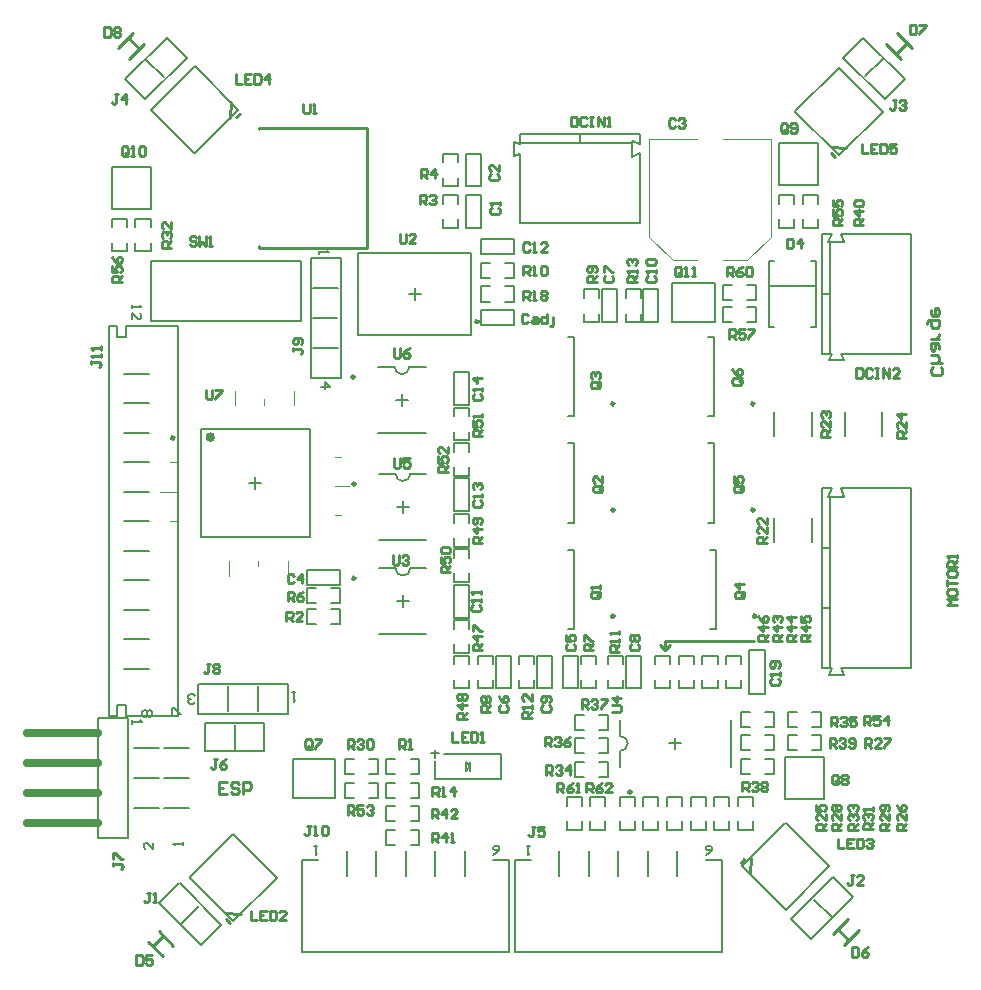
<source format=gbr>
G04*
G04 #@! TF.GenerationSoftware,Altium Limited,Altium Designer,22.4.2 (48)*
G04*
G04 Layer_Color=65535*
%FSLAX44Y44*%
%MOMM*%
G71*
G04*
G04 #@! TF.SameCoordinates,72DCB881-4164-4183-B9F3-641E9368B05D*
G04*
G04*
G04 #@! TF.FilePolarity,Positive*
G04*
G01*
G75*
%ADD10C,0.2000*%
%ADD11C,0.3000*%
%ADD12C,0.4000*%
%ADD13C,0.1500*%
%ADD14C,0.2540*%
%ADD15C,0.1778*%
%ADD16C,0.2032*%
%ADD17C,0.6400*%
%ADD18C,0.1250*%
%ADD19C,0.1270*%
D10*
X243650Y308000D02*
G03*
X256350Y308000I6350J0D01*
G01*
X242855Y398586D02*
G03*
X255555Y398586I6350J0D01*
G01*
X243650Y228000D02*
G03*
X256350Y228000I6350J0D01*
G01*
X433914Y73150D02*
G03*
X433914Y85850I0J6350D01*
G01*
X245000Y280000D02*
X255001D01*
X250000Y274999D02*
Y285000D01*
X230000Y308000D02*
X243650D01*
X230000Y252000D02*
X270000D01*
X256350Y308000D02*
X270000D01*
X599812Y432060D02*
Y487940D01*
X560188Y466500D02*
X599812D01*
X595812Y432060D02*
X599812D01*
X560188D02*
Y487940D01*
Y432060D02*
X564188D01*
X560188Y487940D02*
X564188D01*
X595812D02*
X599812D01*
X15978Y423710D02*
Y432900D01*
X8104Y423710D02*
X15978D01*
X8104D02*
Y432900D01*
X1500D02*
X8104D01*
X15978D02*
X59500D01*
X15978Y102500D02*
Y111766D01*
X8104D02*
X15978D01*
X8104Y102500D02*
Y111766D01*
X1500Y102500D02*
X8104D01*
X15978D02*
X59500D01*
X1500D02*
Y432900D01*
X59500Y102500D02*
Y432900D01*
X582213Y614339D02*
X619137Y577416D01*
X582344Y614693D02*
X619137Y651486D01*
Y577416D02*
X656172Y614451D01*
X619137Y651486D02*
X656172Y614451D01*
X620956Y295400D02*
X679972D01*
X604750D02*
X612916D01*
X620956D02*
X623637Y288542D01*
X610235D02*
X612916Y295400D01*
X610235Y288542D02*
X623637D01*
X604750Y143000D02*
X613170D01*
X611138Y137801D02*
X613170Y143000D01*
X621210D02*
X623242Y137801D01*
X611138D02*
X623242D01*
X564000Y250000D02*
Y270000D01*
X596000Y250000D02*
Y270000D01*
Y340000D02*
Y360000D01*
X564000Y340000D02*
Y360000D01*
X624000Y340000D02*
Y360000D01*
X656000Y340000D02*
Y360000D01*
X620956Y510800D02*
X679972D01*
X604750D02*
X612916D01*
X620956D02*
X623637Y503942D01*
X610235D02*
X612916Y510800D01*
X610235Y503942D02*
X623637D01*
X611138Y404001D02*
X623242D01*
X621210Y409200D02*
X623242Y404001D01*
X611138D02*
X613170Y409200D01*
X604750D02*
X613170D01*
X478090Y469510D02*
X513910D01*
X478090Y436490D02*
Y469510D01*
X513910Y436490D02*
Y469510D01*
X478090Y436490D02*
X513910D01*
X308000Y425000D02*
Y495000D01*
X212000Y425000D02*
Y495000D01*
Y425000D02*
X308000D01*
X212000Y495000D02*
X308000D01*
X255000Y460000D02*
X265001D01*
X260000Y455000D02*
Y465001D01*
X255555Y398586D02*
X269205D01*
X229205Y342586D02*
X269205D01*
X229205Y398586D02*
X242855D01*
X249205Y365585D02*
Y375586D01*
X244205Y370586D02*
X254205D01*
X256350Y228000D02*
X270000D01*
X230000Y172000D02*
X270000D01*
X230000Y228000D02*
X243650D01*
X250000Y194999D02*
Y205000D01*
X245000Y200000D02*
X255001D01*
X390000Y356500D02*
X395000D01*
Y423500D01*
X390000D02*
X395000D01*
X508500Y356500D02*
X513500D01*
Y423500D01*
X508500D02*
X513500D01*
X390000Y266500D02*
X395000D01*
Y333500D01*
X390000D02*
X395000D01*
X508500Y266500D02*
X513500D01*
Y333500D01*
X508500D02*
X513500D01*
X510000Y176500D02*
X515000D01*
Y243500D01*
X510000D02*
X515000D01*
X390000Y176500D02*
X395000D01*
Y243500D01*
X390000D02*
X395000D01*
X480664Y74500D02*
Y84501D01*
X475664Y79500D02*
X485665D01*
X433914Y85850D02*
Y99500D01*
X527414Y59500D02*
Y99500D01*
X433914Y59500D02*
Y73150D01*
X573490Y32090D02*
Y67910D01*
Y32090D02*
X606510D01*
X573490Y67910D02*
X606510D01*
Y32090D02*
Y67910D01*
X537014Y-24539D02*
X573937Y12385D01*
X574292Y12254D02*
X611084Y-24539D01*
X537014Y-24539D02*
X574049Y-61574D01*
X611084Y-24539D01*
X345000Y-96750D02*
Y-19250D01*
X344999Y-96750D02*
X519999D01*
X520000Y-96750D02*
Y-19250D01*
X506500D02*
X520000D01*
X345000D02*
X358250D01*
X277000Y67500D02*
Y73750D01*
X274000Y71000D02*
X280250D01*
X277000Y49250D02*
Y64250D01*
X333000Y49250D02*
Y70750D01*
X285000D02*
X333000D01*
X277000Y49250D02*
X333000D01*
X157090Y66510D02*
X192910D01*
X157090Y33490D02*
Y66510D01*
X192910Y33490D02*
Y66510D01*
X157090Y33490D02*
X192910D01*
X69400Y-34278D02*
X106323Y-71202D01*
X69531Y-33924D02*
X106323Y2869D01*
Y-71202D02*
X143359Y-34166D01*
X106323Y2869D02*
X143359Y-34166D01*
X120000Y300000D02*
X130001D01*
X125000Y294999D02*
Y305000D01*
X79000Y254000D02*
Y346000D01*
X171000D01*
Y254000D02*
Y346000D01*
X79000Y254000D02*
X171000D01*
X163500Y437300D02*
Y488100D01*
X36500Y437300D02*
Y488100D01*
X163500D01*
X36500Y437300D02*
X163500D01*
X36510Y532090D02*
Y567910D01*
X3490D02*
X36510D01*
X3490Y532090D02*
X36510D01*
X3490D02*
Y567910D01*
X450800Y520028D02*
Y579044D01*
Y587084D02*
Y595250D01*
X443942Y576363D02*
X450800Y579044D01*
X443942Y589765D02*
X450800Y587084D01*
X443942Y576363D02*
Y589765D01*
X344001Y576758D02*
Y588862D01*
Y576758D02*
X349200Y578790D01*
X344001Y588862D02*
X349200Y586830D01*
Y595250D01*
X73876Y578998D02*
X110800Y615922D01*
X36729D02*
X73522Y579129D01*
X73764Y652957D02*
X110800Y615922D01*
X36729D02*
X73764Y652957D01*
X568490Y552090D02*
Y587910D01*
Y552090D02*
X601510D01*
X568490Y587910D02*
X601510D01*
Y552090D02*
Y587910D01*
X165000Y-19250D02*
X178250D01*
X326500D02*
X340000D01*
Y-96750D02*
Y-19250D01*
X164999Y-96750D02*
X339999D01*
X165000Y-96750D02*
Y-19250D01*
D11*
X209500Y299250D02*
G03*
X209500Y299250I-1000J0D01*
G01*
X313750Y436750D02*
G03*
X313750Y436750I-1000J0D01*
G01*
X208705Y389836D02*
G03*
X208705Y389836I-1000J0D01*
G01*
X209500Y219250D02*
G03*
X209500Y219250I-1000J0D01*
G01*
X428750Y367250D02*
G03*
X428750Y367250I-1000J0D01*
G01*
X547250D02*
G03*
X547250Y367250I-1000J0D01*
G01*
X428750Y277250D02*
G03*
X428750Y277250I-1000J0D01*
G01*
X547250D02*
G03*
X547250Y277250I-1000J0D01*
G01*
X548750Y187250D02*
G03*
X548750Y187250I-1000J0D01*
G01*
X428750D02*
G03*
X428750Y187250I-1000J0D01*
G01*
X443164Y38250D02*
G03*
X443164Y38250I-1000J0D01*
G01*
X56000Y338250D02*
G03*
X56000Y338250I-1000J0D01*
G01*
D12*
X88916Y338862D02*
G03*
X88916Y338862I-2000J0D01*
G01*
D13*
X14160Y392430D02*
X35160D01*
X14160Y367430D02*
X35160D01*
X13906Y217592D02*
X34906D01*
X13906Y192592D02*
X34906D01*
X14160Y167646D02*
X35160D01*
X13906Y142500D02*
X34906D01*
X14160Y242392D02*
X35160D01*
X14160Y267538D02*
X35160D01*
X14160Y292430D02*
X35160D01*
X14160Y317430D02*
X35160D01*
X14160Y342430D02*
X35160D01*
X622817Y660212D02*
X658096Y624933D01*
X622817Y660212D02*
X639788Y677183D01*
X675143Y641827D01*
X658173Y624857D02*
X675143Y641827D01*
X641616Y644374D02*
X656466Y659224D01*
X578913Y-69116D02*
X614192Y-33837D01*
X631163Y-50808D01*
X595808Y-86163D02*
X631163Y-50808D01*
X578837Y-69192D02*
X595808Y-86163D01*
X598355Y-52636D02*
X613204Y-67485D01*
X457500Y-32406D02*
Y-11406D01*
X432500Y-32406D02*
Y-11406D01*
X407500Y-32406D02*
Y-11406D01*
X382500Y-32406D02*
Y-11406D01*
X482500Y-32406D02*
Y-11406D01*
X60884Y-38913D02*
X96163Y-74192D01*
X79192Y-91163D02*
X96163Y-74192D01*
X43837Y-55808D02*
X79192Y-91163D01*
X43837Y-55808D02*
X60808Y-38837D01*
X62515Y-73204D02*
X77364Y-58355D01*
X82408Y97000D02*
X132300D01*
Y73000D02*
Y97000D01*
X82300Y73000D02*
X132300D01*
X82300D02*
Y97000D01*
X107808Y73906D02*
Y94906D01*
X76900Y104300D02*
X153100D01*
X76900D02*
Y129700D01*
X153100Y104300D02*
Y129700D01*
X102300Y107348D02*
Y128348D01*
X127192Y107094D02*
Y128094D01*
X77154Y129700D02*
X153100D01*
X-8100Y-800D02*
X16900D01*
X-8100D02*
Y100800D01*
X16900Y-800D02*
Y100800D01*
X47794Y25108D02*
X68794D01*
X22140Y24600D02*
X43140D01*
X22140Y50000D02*
X43140D01*
X47794D02*
X68794D01*
X47794Y75400D02*
X68794D01*
X22140D02*
X43140D01*
X-8100Y100800D02*
X16900D01*
X197700Y389454D02*
Y490800D01*
X172300Y389200D02*
X197700D01*
X172300Y490800D02*
X197700D01*
X173652Y440000D02*
X194652D01*
X173906Y414092D02*
X194906D01*
X173906Y464892D02*
X194906D01*
X172300Y389200D02*
Y490800D01*
X31827Y624857D02*
X67106Y660136D01*
X14857Y641827D02*
X31827Y624857D01*
X14857Y641827D02*
X50212Y677183D01*
X67183Y660212D01*
X32816Y658505D02*
X47665Y643656D01*
X302500Y-32406D02*
Y-11406D01*
X202500Y-32406D02*
Y-11406D01*
X227500Y-32406D02*
Y-11406D01*
X252500Y-32406D02*
Y-11406D01*
X277500Y-32406D02*
Y-11406D01*
D14*
X667845Y663175D02*
X676825Y672155D01*
X668204Y680776D02*
X680776Y668204D01*
X659224Y671796D02*
X671796Y659224D01*
X612862Y579626D02*
X616044Y576444D01*
X612163Y584743D02*
X625413Y584045D01*
X472000Y166579D02*
X547421D01*
X472000Y159000D02*
Y166579D01*
Y159000D02*
X476000Y163000D01*
X468000D02*
X472000Y159000D01*
X468000Y163000D02*
X472000Y159000D01*
X618175Y-77845D02*
X627155Y-86825D01*
X623204Y-90776D02*
X635776Y-78204D01*
X614224Y-81796D02*
X626796Y-69224D01*
X536042Y-21446D02*
X539224Y-18264D01*
X543643Y-30815D02*
X544341Y-17565D01*
X38175Y-92155D02*
X47155Y-83175D01*
X34224Y-88204D02*
X46796Y-100776D01*
X43204Y-79224D02*
X55776Y-91796D01*
X100049Y-68991D02*
X103230Y-72173D01*
X99350Y-63875D02*
X112600Y-64572D01*
X128424Y601000D02*
X219424D01*
Y499000D02*
Y601000D01*
X128424Y499000D02*
X219424D01*
X128424D02*
Y501000D01*
Y600000D02*
Y601000D01*
X108589Y609646D02*
X111771Y612828D01*
X103473Y608948D02*
X104170Y622198D01*
X17845Y676825D02*
X26825Y667845D01*
X9224Y668204D02*
X21796Y680776D01*
X18204Y659224D02*
X30776Y671796D01*
X242335Y320999D02*
Y314334D01*
X243668Y313001D01*
X246334D01*
X247667Y314334D01*
Y320999D01*
X255665D02*
X250333D01*
Y317000D01*
X252999Y318333D01*
X254332D01*
X255665Y317000D01*
Y314334D01*
X254332Y313001D01*
X251666D01*
X250333Y314334D01*
X101205Y46537D02*
X94540D01*
Y36540D01*
X101205D01*
X94540Y41538D02*
X97872D01*
X111201Y44871D02*
X109535Y46537D01*
X106203D01*
X104537Y44871D01*
Y43204D01*
X106203Y41538D01*
X109535D01*
X111201Y39872D01*
Y38206D01*
X109535Y36540D01*
X106203D01*
X104537Y38206D01*
X114534Y36540D02*
Y46537D01*
X119532D01*
X121198Y44871D01*
Y41538D01*
X119532Y39872D01*
X114534D01*
X705203Y398204D02*
X706869Y396538D01*
Y393206D01*
X705203Y391540D01*
X698538D01*
X696872Y393206D01*
Y396538D01*
X698538Y398204D01*
X706869Y401537D02*
X696872D01*
X701871D01*
X703537Y403203D01*
Y406535D01*
X701871Y408201D01*
X696872D01*
X703537Y413200D02*
Y416532D01*
X701871Y418198D01*
X696872D01*
Y413200D01*
X698538Y411534D01*
X700204Y413200D01*
Y418198D01*
X703537Y421530D02*
X696872D01*
X700204D01*
X701871Y423196D01*
X703537Y424863D01*
Y426529D01*
X693540Y434859D02*
Y436525D01*
X695206Y438192D01*
X703537D01*
Y433193D01*
X701871Y431527D01*
X698538D01*
X696872Y433193D01*
Y438192D01*
Y446522D02*
Y443190D01*
X698538Y441524D01*
X701871D01*
X703537Y443190D01*
Y446522D01*
X701871Y448188D01*
X700204D01*
Y441524D01*
X287999Y309337D02*
X280001D01*
Y313335D01*
X281334Y314668D01*
X284000D01*
X285333Y313335D01*
Y309337D01*
Y312003D02*
X287999Y314668D01*
X280001Y322666D02*
Y317334D01*
X284000D01*
X282667Y320000D01*
Y321333D01*
X284000Y322666D01*
X286666D01*
X287999Y321333D01*
Y318667D01*
X286666Y317334D01*
X287999Y330663D02*
Y325332D01*
X282667Y330663D01*
X281334D01*
X280001Y329330D01*
Y326665D01*
X281334Y325332D01*
X316999Y339670D02*
X309001D01*
Y343668D01*
X310334Y345001D01*
X313000D01*
X314333Y343668D01*
Y339670D01*
Y342336D02*
X316999Y345001D01*
X309001Y352999D02*
Y347667D01*
X313000D01*
X311667Y350333D01*
Y351666D01*
X313000Y352999D01*
X315666D01*
X316999Y351666D01*
Y349000D01*
X315666Y347667D01*
X316999Y355664D02*
Y358330D01*
Y356997D01*
X309001D01*
X310334Y355664D01*
X289999Y224337D02*
X282001D01*
Y228335D01*
X283334Y229668D01*
X286000D01*
X287333Y228335D01*
Y224337D01*
Y227003D02*
X289999Y229668D01*
X282001Y237666D02*
Y232334D01*
X286000D01*
X284667Y235000D01*
Y236333D01*
X286000Y237666D01*
X288666D01*
X289999Y236333D01*
Y233667D01*
X288666Y232334D01*
X283334Y240332D02*
X282001Y241665D01*
Y244330D01*
X283334Y245663D01*
X288666D01*
X289999Y244330D01*
Y241665D01*
X288666Y240332D01*
X283334D01*
X316999Y249337D02*
X309001D01*
Y253335D01*
X310334Y254668D01*
X313000D01*
X314333Y253335D01*
Y249337D01*
Y252003D02*
X316999Y254668D01*
Y261333D02*
X309001D01*
X313000Y257334D01*
Y262666D01*
X315666Y265332D02*
X316999Y266665D01*
Y269330D01*
X315666Y270663D01*
X310334D01*
X309001Y269330D01*
Y266665D01*
X310334Y265332D01*
X311667D01*
X313000Y266665D01*
Y270663D01*
X303999Y100337D02*
X296001D01*
Y104335D01*
X297334Y105668D01*
X300000D01*
X301333Y104335D01*
Y100337D01*
Y103003D02*
X303999Y105668D01*
Y112333D02*
X296001D01*
X300000Y108334D01*
Y113666D01*
X297334Y116332D02*
X296001Y117665D01*
Y120330D01*
X297334Y121663D01*
X298667D01*
X300000Y120330D01*
X301333Y121663D01*
X302666D01*
X303999Y120330D01*
Y117665D01*
X302666Y116332D01*
X301333D01*
X300000Y117665D01*
X298667Y116332D01*
X297334D01*
X300000Y117665D02*
Y120330D01*
X316999Y158337D02*
X309001D01*
Y162335D01*
X310334Y163668D01*
X313000D01*
X314333Y162335D01*
Y158337D01*
Y161003D02*
X316999Y163668D01*
Y170333D02*
X309001D01*
X313000Y166334D01*
Y171666D01*
X309001Y174332D02*
Y179663D01*
X310334D01*
X315666Y174332D01*
X316999D01*
X75001Y507666D02*
X73668Y508999D01*
X71003D01*
X69670Y507666D01*
Y506333D01*
X71003Y505000D01*
X73668D01*
X75001Y503667D01*
Y502334D01*
X73668Y501001D01*
X71003D01*
X69670Y502334D01*
X77667Y508999D02*
Y501001D01*
X80333Y503667D01*
X82999Y501001D01*
Y508999D01*
X85665Y501001D02*
X88330D01*
X86997D01*
Y508999D01*
X85665Y507666D01*
X718999Y196674D02*
X711001D01*
X713667Y199339D01*
X711001Y202005D01*
X718999D01*
X711001Y208670D02*
Y206004D01*
X712334Y204671D01*
X717666D01*
X718999Y206004D01*
Y208670D01*
X717666Y210003D01*
X712334D01*
X711001Y208670D01*
Y212668D02*
Y218000D01*
Y215334D01*
X718999D01*
X711001Y224664D02*
Y221999D01*
X712334Y220666D01*
X717666D01*
X718999Y221999D01*
Y224664D01*
X717666Y225997D01*
X712334D01*
X711001Y224664D01*
X718999Y228663D02*
X711001D01*
Y232662D01*
X712334Y233995D01*
X715000D01*
X716333Y232662D01*
Y228663D01*
Y231329D02*
X718999Y233995D01*
Y236661D02*
Y239326D01*
Y237994D01*
X711001D01*
X712334Y236661D01*
X634006Y396999D02*
Y389001D01*
X638004D01*
X639337Y390334D01*
Y395666D01*
X638004Y396999D01*
X634006D01*
X647335Y395666D02*
X646002Y396999D01*
X643336D01*
X642003Y395666D01*
Y390334D01*
X643336Y389001D01*
X646002D01*
X647335Y390334D01*
X650001Y396999D02*
X652666D01*
X651333D01*
Y389001D01*
X650001D01*
X652666D01*
X656665D02*
Y396999D01*
X661997Y389001D01*
Y396999D01*
X669994Y389001D02*
X664663D01*
X669994Y394333D01*
Y395666D01*
X668661Y396999D01*
X665995D01*
X664663Y395666D01*
X392339Y609999D02*
Y602001D01*
X396337D01*
X397670Y603334D01*
Y608666D01*
X396337Y609999D01*
X392339D01*
X405668Y608666D02*
X404335Y609999D01*
X401669D01*
X400336Y608666D01*
Y603334D01*
X401669Y602001D01*
X404335D01*
X405668Y603334D01*
X408334Y609999D02*
X410999D01*
X409666D01*
Y602001D01*
X408334D01*
X410999D01*
X414998D02*
Y609999D01*
X420330Y602001D01*
Y609999D01*
X422995Y602001D02*
X425661D01*
X424328D01*
Y609999D01*
X422995Y608666D01*
X83336Y378999D02*
Y372334D01*
X84668Y371001D01*
X87334D01*
X88667Y372334D01*
Y378999D01*
X91333D02*
X96664D01*
Y377666D01*
X91333Y372334D01*
Y371001D01*
X242335Y413999D02*
Y407334D01*
X243668Y406001D01*
X246334D01*
X247667Y407334D01*
Y413999D01*
X255665D02*
X252999Y412666D01*
X250333Y410000D01*
Y407334D01*
X251666Y406001D01*
X254332D01*
X255665Y407334D01*
Y408667D01*
X254332Y410000D01*
X250333D01*
X427001Y106335D02*
X433666D01*
X434999Y107668D01*
Y110334D01*
X433666Y111667D01*
X427001D01*
X434999Y118332D02*
X427001D01*
X431000Y114333D01*
Y119664D01*
X241336Y238999D02*
Y232334D01*
X242668Y231001D01*
X245334D01*
X246667Y232334D01*
Y238999D01*
X249333Y237666D02*
X250666Y238999D01*
X253332D01*
X254664Y237666D01*
Y236333D01*
X253332Y235000D01*
X251999D01*
X253332D01*
X254664Y233667D01*
Y232334D01*
X253332Y231001D01*
X250666D01*
X249333Y232334D01*
X247335Y510999D02*
Y504334D01*
X248668Y503001D01*
X251334D01*
X252667Y504334D01*
Y510999D01*
X260665Y503001D02*
X255333D01*
X260665Y508333D01*
Y509666D01*
X259332Y510999D01*
X256666D01*
X255333Y509666D01*
X165668Y620999D02*
Y614334D01*
X167001Y613001D01*
X169667D01*
X171000Y614334D01*
Y620999D01*
X173666Y613001D02*
X176332D01*
X174999D01*
Y620999D01*
X173666Y619666D01*
X405337Y38001D02*
Y45999D01*
X409336D01*
X410668Y44666D01*
Y42000D01*
X409336Y40667D01*
X405337D01*
X408003D02*
X410668Y38001D01*
X418666Y45999D02*
X416000Y44666D01*
X413334Y42000D01*
Y39334D01*
X414667Y38001D01*
X417333D01*
X418666Y39334D01*
Y40667D01*
X417333Y42000D01*
X413334D01*
X426663Y38001D02*
X421332D01*
X426663Y43333D01*
Y44666D01*
X425330Y45999D01*
X422664D01*
X421332Y44666D01*
X380670Y38001D02*
Y45999D01*
X384668D01*
X386001Y44666D01*
Y42000D01*
X384668Y40667D01*
X380670D01*
X383335D02*
X386001Y38001D01*
X393999Y45999D02*
X391333Y44666D01*
X388667Y42000D01*
Y39334D01*
X390000Y38001D01*
X392666D01*
X393999Y39334D01*
Y40667D01*
X392666Y42000D01*
X388667D01*
X396665Y38001D02*
X399330D01*
X397998D01*
Y45999D01*
X396665Y44666D01*
X524337Y475001D02*
Y482999D01*
X528335D01*
X529668Y481666D01*
Y479000D01*
X528335Y477667D01*
X524337D01*
X527003D02*
X529668Y475001D01*
X537666Y482999D02*
X535000Y481666D01*
X532334Y479000D01*
Y476334D01*
X533667Y475001D01*
X536333D01*
X537666Y476334D01*
Y477667D01*
X536333Y479000D01*
X532334D01*
X540332Y481666D02*
X541665Y482999D01*
X544330D01*
X545663Y481666D01*
Y476334D01*
X544330Y475001D01*
X541665D01*
X540332Y476334D01*
Y481666D01*
X526337Y422001D02*
Y429999D01*
X530336D01*
X531668Y428666D01*
Y426000D01*
X530336Y424667D01*
X526337D01*
X529003D02*
X531668Y422001D01*
X539666Y429999D02*
X534334D01*
Y426000D01*
X537000Y427333D01*
X538333D01*
X539666Y426000D01*
Y423334D01*
X538333Y422001D01*
X535667D01*
X534334Y423334D01*
X542332Y429999D02*
X547663D01*
Y428666D01*
X542332Y423334D01*
Y422001D01*
X11999Y470337D02*
X4001D01*
Y474336D01*
X5334Y475668D01*
X8000D01*
X9333Y474336D01*
Y470337D01*
Y473003D02*
X11999Y475668D01*
X4001Y483666D02*
Y478334D01*
X8000D01*
X6667Y481000D01*
Y482333D01*
X8000Y483666D01*
X10666D01*
X11999Y482333D01*
Y479667D01*
X10666Y478334D01*
X4001Y491663D02*
X5334Y488997D01*
X8000Y486332D01*
X10666D01*
X11999Y487664D01*
Y490330D01*
X10666Y491663D01*
X9333D01*
X8000Y490330D01*
Y486332D01*
X621999Y518337D02*
X614001D01*
Y522336D01*
X615334Y523668D01*
X618000D01*
X619333Y522336D01*
Y518337D01*
Y521003D02*
X621999Y523668D01*
X614001Y531666D02*
Y526334D01*
X618000D01*
X616667Y529000D01*
Y530333D01*
X618000Y531666D01*
X620666D01*
X621999Y530333D01*
Y527667D01*
X620666Y526334D01*
X614001Y539663D02*
Y534332D01*
X618000D01*
X616667Y536997D01*
Y538330D01*
X618000Y539663D01*
X620666D01*
X621999Y538330D01*
Y535664D01*
X620666Y534332D01*
X640337Y95001D02*
Y102999D01*
X644335D01*
X645668Y101666D01*
Y99000D01*
X644335Y97667D01*
X640337D01*
X643003D02*
X645668Y95001D01*
X653666Y102999D02*
X648334D01*
Y99000D01*
X651000Y100333D01*
X652333D01*
X653666Y99000D01*
Y96334D01*
X652333Y95001D01*
X649667D01*
X648334Y96334D01*
X660330Y95001D02*
Y102999D01*
X656332Y99000D01*
X661663D01*
X203337Y19001D02*
Y26999D01*
X207335D01*
X208668Y25666D01*
Y23000D01*
X207335Y21667D01*
X203337D01*
X206003D02*
X208668Y19001D01*
X216666Y26999D02*
X211334D01*
Y23000D01*
X214000Y24333D01*
X215333D01*
X216666Y23000D01*
Y20334D01*
X215333Y19001D01*
X212667D01*
X211334Y20334D01*
X219332Y25666D02*
X220665Y26999D01*
X223330D01*
X224663Y25666D01*
Y24333D01*
X223330Y23000D01*
X221997D01*
X223330D01*
X224663Y21667D01*
Y20334D01*
X223330Y19001D01*
X220665D01*
X219332Y20334D01*
X558999Y166337D02*
X551001D01*
Y170336D01*
X552334Y171668D01*
X555000D01*
X556333Y170336D01*
Y166337D01*
Y169003D02*
X558999Y171668D01*
Y178333D02*
X551001D01*
X555000Y174334D01*
Y179666D01*
X551001Y187663D02*
X552334Y184997D01*
X555000Y182332D01*
X557666D01*
X558999Y183664D01*
Y186330D01*
X557666Y187663D01*
X556333D01*
X555000Y186330D01*
Y182332D01*
X594999Y166337D02*
X587001D01*
Y170336D01*
X588334Y171668D01*
X591000D01*
X592333Y170336D01*
Y166337D01*
Y169003D02*
X594999Y171668D01*
Y178333D02*
X587001D01*
X591000Y174334D01*
Y179666D01*
X587001Y187663D02*
Y182332D01*
X591000D01*
X589667Y184997D01*
Y186330D01*
X591000Y187663D01*
X593666D01*
X594999Y186330D01*
Y183665D01*
X593666Y182332D01*
X582999Y166337D02*
X575001D01*
Y170336D01*
X576334Y171668D01*
X579000D01*
X580333Y170336D01*
Y166337D01*
Y169003D02*
X582999Y171668D01*
Y178333D02*
X575001D01*
X579000Y174334D01*
Y179666D01*
X582999Y186330D02*
X575001D01*
X579000Y182332D01*
Y187663D01*
X570999Y166337D02*
X563001D01*
Y170336D01*
X564334Y171668D01*
X567000D01*
X568333Y170336D01*
Y166337D01*
Y169003D02*
X570999Y171668D01*
Y178333D02*
X563001D01*
X567000Y174334D01*
Y179666D01*
X564334Y182332D02*
X563001Y183664D01*
Y186330D01*
X564334Y187663D01*
X565667D01*
X567000Y186330D01*
Y184997D01*
Y186330D01*
X568333Y187663D01*
X569666D01*
X570999Y186330D01*
Y183664D01*
X569666Y182332D01*
X274337Y16001D02*
Y23999D01*
X278335D01*
X279668Y22666D01*
Y20000D01*
X278335Y18667D01*
X274337D01*
X277003D02*
X279668Y16001D01*
X286333D02*
Y23999D01*
X282334Y20000D01*
X287666D01*
X295663Y16001D02*
X290332D01*
X295663Y21333D01*
Y22666D01*
X294330Y23999D01*
X291665D01*
X290332Y22666D01*
X274670Y-3999D02*
Y3999D01*
X278668D01*
X280001Y2666D01*
Y0D01*
X278668Y-1333D01*
X274670D01*
X277335D02*
X280001Y-3999D01*
X286666D02*
Y3999D01*
X282667Y0D01*
X287999D01*
X290665Y-3999D02*
X293330D01*
X291997D01*
Y3999D01*
X290665Y2666D01*
X639999Y518337D02*
X632001D01*
Y522336D01*
X633334Y523668D01*
X636000D01*
X637333Y522336D01*
Y518337D01*
Y521003D02*
X639999Y523668D01*
Y530333D02*
X632001D01*
X636000Y526334D01*
Y531666D01*
X633334Y534332D02*
X632001Y535665D01*
Y538330D01*
X633334Y539663D01*
X638666D01*
X639999Y538330D01*
Y535665D01*
X638666Y534332D01*
X633334D01*
X611337Y76001D02*
Y83999D01*
X615336D01*
X616668Y82666D01*
Y80000D01*
X615336Y78667D01*
X611337D01*
X614003D02*
X616668Y76001D01*
X619334Y82666D02*
X620667Y83999D01*
X623333D01*
X624666Y82666D01*
Y81333D01*
X623333Y80000D01*
X622000D01*
X623333D01*
X624666Y78667D01*
Y77334D01*
X623333Y76001D01*
X620667D01*
X619334Y77334D01*
X627332D02*
X628665Y76001D01*
X631330D01*
X632663Y77334D01*
Y82666D01*
X631330Y83999D01*
X628665D01*
X627332Y82666D01*
Y81333D01*
X628665Y80000D01*
X632663D01*
X537337Y39001D02*
Y46999D01*
X541335D01*
X542668Y45666D01*
Y43000D01*
X541335Y41667D01*
X537337D01*
X540003D02*
X542668Y39001D01*
X545334Y45666D02*
X546667Y46999D01*
X549333D01*
X550666Y45666D01*
Y44333D01*
X549333Y43000D01*
X548000D01*
X549333D01*
X550666Y41667D01*
Y40334D01*
X549333Y39001D01*
X546667D01*
X545334Y40334D01*
X553332Y45666D02*
X554664Y46999D01*
X557330D01*
X558663Y45666D01*
Y44333D01*
X557330Y43000D01*
X558663Y41667D01*
Y40334D01*
X557330Y39001D01*
X554664D01*
X553332Y40334D01*
Y41667D01*
X554664Y43000D01*
X553332Y44333D01*
Y45666D01*
X554664Y43000D02*
X557330D01*
X401337Y109001D02*
Y116999D01*
X405336D01*
X406668Y115666D01*
Y113000D01*
X405336Y111667D01*
X401337D01*
X404003D02*
X406668Y109001D01*
X409334Y115666D02*
X410667Y116999D01*
X413333D01*
X414666Y115666D01*
Y114333D01*
X413333Y113000D01*
X412000D01*
X413333D01*
X414666Y111667D01*
Y110334D01*
X413333Y109001D01*
X410667D01*
X409334Y110334D01*
X417332Y116999D02*
X422663D01*
Y115666D01*
X417332Y110334D01*
Y109001D01*
X370337Y77001D02*
Y84999D01*
X374336D01*
X375668Y83666D01*
Y81000D01*
X374336Y79667D01*
X370337D01*
X373003D02*
X375668Y77001D01*
X378334Y83666D02*
X379667Y84999D01*
X382333D01*
X383666Y83666D01*
Y82333D01*
X382333Y81000D01*
X381000D01*
X382333D01*
X383666Y79667D01*
Y78334D01*
X382333Y77001D01*
X379667D01*
X378334Y78334D01*
X391663Y84999D02*
X388997Y83666D01*
X386332Y81000D01*
Y78334D01*
X387664Y77001D01*
X390330D01*
X391663Y78334D01*
Y79667D01*
X390330Y81000D01*
X386332D01*
X612337Y94001D02*
Y101999D01*
X616335D01*
X617668Y100666D01*
Y98000D01*
X616335Y96667D01*
X612337D01*
X615003D02*
X617668Y94001D01*
X620334Y100666D02*
X621667Y101999D01*
X624333D01*
X625666Y100666D01*
Y99333D01*
X624333Y98000D01*
X623000D01*
X624333D01*
X625666Y96667D01*
Y95334D01*
X624333Y94001D01*
X621667D01*
X620334Y95334D01*
X633663Y101999D02*
X628332D01*
Y98000D01*
X630997Y99333D01*
X632330D01*
X633663Y98000D01*
Y95334D01*
X632330Y94001D01*
X629664D01*
X628332Y95334D01*
X371337Y53001D02*
Y60999D01*
X375336D01*
X376668Y59666D01*
Y57000D01*
X375336Y55667D01*
X371337D01*
X374003D02*
X376668Y53001D01*
X379334Y59666D02*
X380667Y60999D01*
X383333D01*
X384666Y59666D01*
Y58333D01*
X383333Y57000D01*
X382000D01*
X383333D01*
X384666Y55667D01*
Y54334D01*
X383333Y53001D01*
X380667D01*
X379334Y54334D01*
X391330Y53001D02*
Y60999D01*
X387332Y57000D01*
X392663D01*
X634999Y6337D02*
X627001D01*
Y10336D01*
X628334Y11668D01*
X631000D01*
X632333Y10336D01*
Y6337D01*
Y9003D02*
X634999Y11668D01*
X628334Y14334D02*
X627001Y15667D01*
Y18333D01*
X628334Y19666D01*
X629667D01*
X631000Y18333D01*
Y17000D01*
Y18333D01*
X632333Y19666D01*
X633666D01*
X634999Y18333D01*
Y15667D01*
X633666Y14334D01*
X628334Y22332D02*
X627001Y23665D01*
Y26330D01*
X628334Y27663D01*
X629667D01*
X631000Y26330D01*
Y24997D01*
Y26330D01*
X632333Y27663D01*
X633666D01*
X634999Y26330D01*
Y23665D01*
X633666Y22332D01*
X53999Y499337D02*
X46001D01*
Y503335D01*
X47334Y504668D01*
X50000D01*
X51333Y503335D01*
Y499337D01*
Y502003D02*
X53999Y504668D01*
X47334Y507334D02*
X46001Y508667D01*
Y511333D01*
X47334Y512666D01*
X48667D01*
X50000Y511333D01*
Y510000D01*
Y511333D01*
X51333Y512666D01*
X52666D01*
X53999Y511333D01*
Y508667D01*
X52666Y507334D01*
X53999Y520663D02*
Y515332D01*
X48667Y520663D01*
X47334D01*
X46001Y519330D01*
Y516665D01*
X47334Y515332D01*
X647999Y6670D02*
X640001D01*
Y10668D01*
X641334Y12001D01*
X644000D01*
X645333Y10668D01*
Y6670D01*
Y9336D02*
X647999Y12001D01*
X641334Y14667D02*
X640001Y16000D01*
Y18666D01*
X641334Y19999D01*
X642667D01*
X644000Y18666D01*
Y17333D01*
Y18666D01*
X645333Y19999D01*
X646666D01*
X647999Y18666D01*
Y16000D01*
X646666Y14667D01*
X647999Y22664D02*
Y25330D01*
Y23997D01*
X640001D01*
X641334Y22664D01*
X203337Y75001D02*
Y82999D01*
X207335D01*
X208668Y81666D01*
Y79000D01*
X207335Y77667D01*
X203337D01*
X206003D02*
X208668Y75001D01*
X211334Y81666D02*
X212667Y82999D01*
X215333D01*
X216666Y81666D01*
Y80333D01*
X215333Y79000D01*
X214000D01*
X215333D01*
X216666Y77667D01*
Y76334D01*
X215333Y75001D01*
X212667D01*
X211334Y76334D01*
X219332Y81666D02*
X220665Y82999D01*
X223330D01*
X224663Y81666D01*
Y76334D01*
X223330Y75001D01*
X220665D01*
X219332Y76334D01*
Y81666D01*
X661999Y6337D02*
X654001D01*
Y10336D01*
X655334Y11668D01*
X658000D01*
X659333Y10336D01*
Y6337D01*
Y9003D02*
X661999Y11668D01*
Y19666D02*
Y14334D01*
X656667Y19666D01*
X655334D01*
X654001Y18333D01*
Y15667D01*
X655334Y14334D01*
X660666Y22332D02*
X661999Y23665D01*
Y26330D01*
X660666Y27663D01*
X655334D01*
X654001Y26330D01*
Y23665D01*
X655334Y22332D01*
X656667D01*
X658000Y23665D01*
Y27663D01*
X620999Y6337D02*
X613001D01*
Y10336D01*
X614334Y11668D01*
X617000D01*
X618333Y10336D01*
Y6337D01*
Y9003D02*
X620999Y11668D01*
Y19666D02*
Y14334D01*
X615667Y19666D01*
X614334D01*
X613001Y18333D01*
Y15667D01*
X614334Y14334D01*
Y22332D02*
X613001Y23665D01*
Y26330D01*
X614334Y27663D01*
X615667D01*
X617000Y26330D01*
X618333Y27663D01*
X619666D01*
X620999Y26330D01*
Y23665D01*
X619666Y22332D01*
X618333D01*
X617000Y23665D01*
X615667Y22332D01*
X614334D01*
X617000Y23665D02*
Y26330D01*
X641337Y76001D02*
Y83999D01*
X645335D01*
X646668Y82666D01*
Y80000D01*
X645335Y78667D01*
X641337D01*
X644003D02*
X646668Y76001D01*
X654666D02*
X649334D01*
X654666Y81333D01*
Y82666D01*
X653333Y83999D01*
X650667D01*
X649334Y82666D01*
X657332Y83999D02*
X662663D01*
Y82666D01*
X657332Y77334D01*
Y76001D01*
X675999Y6337D02*
X668001D01*
Y10336D01*
X669334Y11668D01*
X672000D01*
X673333Y10336D01*
Y6337D01*
Y9003D02*
X675999Y11668D01*
Y19666D02*
Y14334D01*
X670667Y19666D01*
X669334D01*
X668001Y18333D01*
Y15667D01*
X669334Y14334D01*
X668001Y27663D02*
X669334Y24997D01*
X672000Y22332D01*
X674666D01*
X675999Y23665D01*
Y26330D01*
X674666Y27663D01*
X673333D01*
X672000Y26330D01*
Y22332D01*
X607999Y6337D02*
X600001D01*
Y10336D01*
X601334Y11668D01*
X604000D01*
X605333Y10336D01*
Y6337D01*
Y9003D02*
X607999Y11668D01*
Y19666D02*
Y14334D01*
X602667Y19666D01*
X601334D01*
X600001Y18333D01*
Y15667D01*
X601334Y14334D01*
X600001Y27663D02*
Y22332D01*
X604000D01*
X602667Y24997D01*
Y26330D01*
X604000Y27663D01*
X606666D01*
X607999Y26330D01*
Y23665D01*
X606666Y22332D01*
X675999Y338337D02*
X668001D01*
Y342336D01*
X669334Y343668D01*
X672000D01*
X673333Y342336D01*
Y338337D01*
Y341003D02*
X675999Y343668D01*
Y351666D02*
Y346334D01*
X670667Y351666D01*
X669334D01*
X668001Y350333D01*
Y347667D01*
X669334Y346334D01*
X675999Y358330D02*
X668001D01*
X672000Y354332D01*
Y359663D01*
X611999Y339337D02*
X604001D01*
Y343335D01*
X605334Y344668D01*
X608000D01*
X609333Y343335D01*
Y339337D01*
Y342003D02*
X611999Y344668D01*
Y352666D02*
Y347334D01*
X606667Y352666D01*
X605334D01*
X604001Y351333D01*
Y348667D01*
X605334Y347334D01*
Y355332D02*
X604001Y356665D01*
Y359330D01*
X605334Y360663D01*
X606667D01*
X608000Y359330D01*
Y357997D01*
Y359330D01*
X609333Y360663D01*
X610666D01*
X611999Y359330D01*
Y356665D01*
X610666Y355332D01*
X557999Y249337D02*
X550001D01*
Y253335D01*
X551334Y254668D01*
X554000D01*
X555333Y253335D01*
Y249337D01*
Y252003D02*
X557999Y254668D01*
Y262666D02*
Y257334D01*
X552667Y262666D01*
X551334D01*
X550001Y261333D01*
Y258667D01*
X551334Y257334D01*
X557999Y270663D02*
Y265332D01*
X552667Y270663D01*
X551334D01*
X550001Y269330D01*
Y266665D01*
X551334Y265332D01*
X352003Y455001D02*
Y462999D01*
X356002D01*
X357335Y461666D01*
Y459000D01*
X356002Y457667D01*
X352003D01*
X354669D02*
X357335Y455001D01*
X360001D02*
X362667D01*
X361334D01*
Y462999D01*
X360001Y461666D01*
X366665D02*
X367998Y462999D01*
X370664D01*
X371997Y461666D01*
Y460333D01*
X370664Y459000D01*
X371997Y457667D01*
Y456334D01*
X370664Y455001D01*
X367998D01*
X366665Y456334D01*
Y457667D01*
X367998Y459000D01*
X366665Y460333D01*
Y461666D01*
X367998Y459000D02*
X370664D01*
X275003Y35001D02*
Y42999D01*
X279002D01*
X280335Y41666D01*
Y39000D01*
X279002Y37667D01*
X275003D01*
X277669D02*
X280335Y35001D01*
X283001D02*
X285666D01*
X284333D01*
Y42999D01*
X283001Y41666D01*
X293664Y35001D02*
Y42999D01*
X289665Y39000D01*
X294997D01*
X447999Y470003D02*
X440001D01*
Y474002D01*
X441334Y475335D01*
X444000D01*
X445333Y474002D01*
Y470003D01*
Y472669D02*
X447999Y475335D01*
Y478001D02*
Y480667D01*
Y479334D01*
X440001D01*
X441334Y478001D01*
Y484665D02*
X440001Y485998D01*
Y488664D01*
X441334Y489997D01*
X442667D01*
X444000Y488664D01*
Y487331D01*
Y488664D01*
X445333Y489997D01*
X446666D01*
X447999Y488664D01*
Y485998D01*
X446666Y484665D01*
X358999Y101003D02*
X351001D01*
Y105002D01*
X352334Y106335D01*
X355000D01*
X356333Y105002D01*
Y101003D01*
Y103669D02*
X358999Y106335D01*
Y109001D02*
Y111666D01*
Y110334D01*
X351001D01*
X352334Y109001D01*
X358999Y120997D02*
Y115665D01*
X353667Y120997D01*
X352334D01*
X351001Y119664D01*
Y116998D01*
X352334Y115665D01*
X432999Y157336D02*
X425001D01*
Y161335D01*
X426334Y162668D01*
X429000D01*
X430333Y161335D01*
Y157336D01*
Y160002D02*
X432999Y162668D01*
Y165334D02*
Y167999D01*
Y166667D01*
X425001D01*
X426334Y165334D01*
X432999Y171998D02*
Y174664D01*
Y173331D01*
X425001D01*
X426334Y171998D01*
X352003Y476001D02*
Y483999D01*
X356002D01*
X357335Y482666D01*
Y480000D01*
X356002Y478667D01*
X352003D01*
X354669D02*
X357335Y476001D01*
X360001D02*
X362667D01*
X361334D01*
Y483999D01*
X360001Y482666D01*
X366665D02*
X367998Y483999D01*
X370664D01*
X371997Y482666D01*
Y477334D01*
X370664Y476001D01*
X367998D01*
X366665Y477334D01*
Y482666D01*
X413999Y470336D02*
X406001D01*
Y474334D01*
X407334Y475667D01*
X410000D01*
X411333Y474334D01*
Y470336D01*
Y473001D02*
X413999Y475667D01*
X412666Y478333D02*
X413999Y479666D01*
Y482332D01*
X412666Y483665D01*
X407334D01*
X406001Y482332D01*
Y479666D01*
X407334Y478333D01*
X408667D01*
X410000Y479666D01*
Y483665D01*
X323999Y106335D02*
X316001D01*
Y110334D01*
X317334Y111667D01*
X320000D01*
X321333Y110334D01*
Y106335D01*
Y109001D02*
X323999Y111667D01*
X317334Y114333D02*
X316001Y115666D01*
Y118332D01*
X317334Y119664D01*
X318667D01*
X320000Y118332D01*
X321333Y119664D01*
X322666D01*
X323999Y118332D01*
Y115666D01*
X322666Y114333D01*
X321333D01*
X320000Y115666D01*
X318667Y114333D01*
X317334D01*
X320000Y115666D02*
Y118332D01*
X410999Y158336D02*
X403001D01*
Y162334D01*
X404334Y163667D01*
X407000D01*
X408333Y162334D01*
Y158336D01*
Y161001D02*
X410999Y163667D01*
X403001Y166333D02*
Y171665D01*
X404334D01*
X409666Y166333D01*
X410999D01*
X152336Y200001D02*
Y207999D01*
X156334D01*
X157667Y206666D01*
Y204000D01*
X156334Y202667D01*
X152336D01*
X155001D02*
X157667Y200001D01*
X165665Y207999D02*
X162999Y206666D01*
X160333Y204000D01*
Y201334D01*
X161666Y200001D01*
X164332D01*
X165665Y201334D01*
Y202667D01*
X164332Y204000D01*
X160333D01*
X265336Y558001D02*
Y565999D01*
X269334D01*
X270667Y564666D01*
Y562000D01*
X269334Y560667D01*
X265336D01*
X268001D02*
X270667Y558001D01*
X277332D02*
Y565999D01*
X273333Y562000D01*
X278664D01*
X264335Y536001D02*
Y543999D01*
X268334D01*
X269667Y542666D01*
Y540000D01*
X268334Y538667D01*
X264335D01*
X267001D02*
X269667Y536001D01*
X272333Y542666D02*
X273666Y543999D01*
X276332D01*
X277665Y542666D01*
Y541333D01*
X276332Y540000D01*
X274999D01*
X276332D01*
X277665Y538667D01*
Y537334D01*
X276332Y536001D01*
X273666D01*
X272333Y537334D01*
X151335Y183001D02*
Y190999D01*
X155334D01*
X156667Y189666D01*
Y187000D01*
X155334Y185667D01*
X151335D01*
X154001D02*
X156667Y183001D01*
X164664D02*
X159333D01*
X164664Y188333D01*
Y189666D01*
X163332Y190999D01*
X160666D01*
X159333Y189666D01*
X246668Y75001D02*
Y82999D01*
X250667D01*
X252000Y81666D01*
Y79000D01*
X250667Y77667D01*
X246668D01*
X249334D02*
X252000Y75001D01*
X254666D02*
X257332D01*
X255999D01*
Y82999D01*
X254666Y81666D01*
X485668Y476334D02*
Y481666D01*
X484335Y482999D01*
X481669D01*
X480336Y481666D01*
Y476334D01*
X481669Y475001D01*
X484335D01*
X483002Y477667D02*
X485668Y475001D01*
X484335D02*
X485668Y476334D01*
X488334Y475001D02*
X490999D01*
X489666D01*
Y482999D01*
X488334Y481666D01*
X494998Y475001D02*
X497664D01*
X496331D01*
Y482999D01*
X494998Y481666D01*
X17335Y578334D02*
Y583666D01*
X16002Y584999D01*
X13336D01*
X12003Y583666D01*
Y578334D01*
X13336Y577001D01*
X16002D01*
X14669Y579667D02*
X17335Y577001D01*
X16002D02*
X17335Y578334D01*
X20001Y577001D02*
X22666D01*
X21334D01*
Y584999D01*
X20001Y583666D01*
X26665D02*
X27998Y584999D01*
X30664D01*
X31997Y583666D01*
Y578334D01*
X30664Y577001D01*
X27998D01*
X26665Y578334D01*
Y583666D01*
X575450Y597753D02*
Y603085D01*
X574117Y604418D01*
X571452D01*
X570119Y603085D01*
Y597753D01*
X571452Y596420D01*
X574117D01*
X572785Y599086D02*
X575450Y596420D01*
X574117D02*
X575450Y597753D01*
X578116D02*
X579449Y596420D01*
X582115D01*
X583448Y597753D01*
Y603085D01*
X582115Y604418D01*
X579449D01*
X578116Y603085D01*
Y601752D01*
X579449Y600419D01*
X583448D01*
X618667Y46334D02*
Y51666D01*
X617334Y52999D01*
X614668D01*
X613335Y51666D01*
Y46334D01*
X614668Y45001D01*
X617334D01*
X616001Y47667D02*
X618667Y45001D01*
X617334D02*
X618667Y46334D01*
X621333Y51666D02*
X622666Y52999D01*
X625332D01*
X626665Y51666D01*
Y50333D01*
X625332Y49000D01*
X626665Y47667D01*
Y46334D01*
X625332Y45001D01*
X622666D01*
X621333Y46334D01*
Y47667D01*
X622666Y49000D01*
X621333Y50333D01*
Y51666D01*
X622666Y49000D02*
X625332D01*
X172667Y76334D02*
Y81666D01*
X171334Y82999D01*
X168668D01*
X167335Y81666D01*
Y76334D01*
X168668Y75001D01*
X171334D01*
X170001Y77667D02*
X172667Y75001D01*
X171334D02*
X172667Y76334D01*
X175333Y82999D02*
X180665D01*
Y81666D01*
X175333Y76334D01*
Y75001D01*
X535666Y388667D02*
X530334D01*
X529001Y387334D01*
Y384668D01*
X530334Y383335D01*
X535666D01*
X536999Y384668D01*
Y387334D01*
X534333Y386001D02*
X536999Y388667D01*
Y387334D02*
X535666Y388667D01*
X529001Y396665D02*
X530334Y393999D01*
X533000Y391333D01*
X535666D01*
X536999Y392666D01*
Y395332D01*
X535666Y396665D01*
X534333D01*
X533000Y395332D01*
Y391333D01*
X536666Y297667D02*
X531334D01*
X530001Y296334D01*
Y293668D01*
X531334Y292335D01*
X536666D01*
X537999Y293668D01*
Y296334D01*
X535333Y295001D02*
X537999Y297667D01*
Y296334D02*
X536666Y297667D01*
X530001Y305665D02*
Y300333D01*
X534000D01*
X532667Y302999D01*
Y304332D01*
X534000Y305665D01*
X536666D01*
X537999Y304332D01*
Y301666D01*
X536666Y300333D01*
X537666Y207667D02*
X532334D01*
X531001Y206334D01*
Y203668D01*
X532334Y202335D01*
X537666D01*
X538999Y203668D01*
Y206334D01*
X536333Y205001D02*
X538999Y207667D01*
Y206334D02*
X537666Y207667D01*
X538999Y214332D02*
X531001D01*
X535000Y210333D01*
Y215665D01*
X415666Y385667D02*
X410334D01*
X409001Y384334D01*
Y381668D01*
X410334Y380336D01*
X415666D01*
X416999Y381668D01*
Y384334D01*
X414333Y383001D02*
X416999Y385667D01*
Y384334D02*
X415666Y385667D01*
X410334Y388333D02*
X409001Y389666D01*
Y392332D01*
X410334Y393665D01*
X411667D01*
X413000Y392332D01*
Y390999D01*
Y392332D01*
X414333Y393665D01*
X415666D01*
X416999Y392332D01*
Y389666D01*
X415666Y388333D01*
X417666Y297667D02*
X412334D01*
X411001Y296334D01*
Y293668D01*
X412334Y292335D01*
X417666D01*
X418999Y293668D01*
Y296334D01*
X416333Y295001D02*
X418999Y297667D01*
Y296334D02*
X417666Y297667D01*
X418999Y305665D02*
Y300333D01*
X413667Y305665D01*
X412334D01*
X411001Y304332D01*
Y301666D01*
X412334Y300333D01*
X415666Y208000D02*
X410334D01*
X409001Y206667D01*
Y204001D01*
X410334Y202668D01*
X415666D01*
X416999Y204001D01*
Y206667D01*
X414333Y205334D02*
X416999Y208000D01*
Y206667D02*
X415666Y208000D01*
X416999Y210666D02*
Y213332D01*
Y211999D01*
X409001D01*
X410334Y210666D01*
X638338Y586999D02*
Y579001D01*
X643670D01*
X651667Y586999D02*
X646336D01*
Y579001D01*
X651667D01*
X646336Y583000D02*
X649001D01*
X654333Y586999D02*
Y579001D01*
X658332D01*
X659665Y580334D01*
Y585666D01*
X658332Y586999D01*
X654333D01*
X667662D02*
X662330D01*
Y583000D01*
X664996Y584333D01*
X666329D01*
X667662Y583000D01*
Y580334D01*
X666329Y579001D01*
X663663D01*
X662330Y580334D01*
X108338Y645999D02*
Y638001D01*
X113670D01*
X121667Y645999D02*
X116335D01*
Y638001D01*
X121667D01*
X116335Y642000D02*
X119001D01*
X124333Y645999D02*
Y638001D01*
X128332D01*
X129664Y639334D01*
Y644666D01*
X128332Y645999D01*
X124333D01*
X136329Y638001D02*
Y645999D01*
X132330Y642000D01*
X137662D01*
X618338Y-1001D02*
Y-8999D01*
X623670D01*
X631667Y-1001D02*
X626335D01*
Y-8999D01*
X631667D01*
X626335Y-5000D02*
X629001D01*
X634333Y-1001D02*
Y-8999D01*
X638332D01*
X639664Y-7666D01*
Y-2334D01*
X638332Y-1001D01*
X634333D01*
X642330Y-2334D02*
X643663Y-1001D01*
X646329D01*
X647662Y-2334D01*
Y-3667D01*
X646329Y-5000D01*
X644996D01*
X646329D01*
X647662Y-6333D01*
Y-7666D01*
X646329Y-8999D01*
X643663D01*
X642330Y-7666D01*
X121338Y-62001D02*
Y-69999D01*
X126670D01*
X134667Y-62001D02*
X129335D01*
Y-69999D01*
X134667D01*
X129335Y-66000D02*
X132001D01*
X137333Y-62001D02*
Y-69999D01*
X141332D01*
X142664Y-68666D01*
Y-63334D01*
X141332Y-62001D01*
X137333D01*
X150662Y-69999D02*
X145330D01*
X150662Y-64667D01*
Y-63334D01*
X149329Y-62001D01*
X146663D01*
X145330Y-63334D01*
X291671Y88999D02*
Y81001D01*
X297003D01*
X305000Y88999D02*
X299668D01*
Y81001D01*
X305000D01*
X299668Y85000D02*
X302334D01*
X307666Y88999D02*
Y81001D01*
X311665D01*
X312997Y82334D01*
Y87666D01*
X311665Y88999D01*
X307666D01*
X315663Y81001D02*
X318329D01*
X316996D01*
Y88999D01*
X315663Y87666D01*
X-13999Y403668D02*
Y401002D01*
Y402335D01*
X-7334D01*
X-6001Y401002D01*
Y399669D01*
X-7334Y398336D01*
X-6001Y406334D02*
Y408999D01*
Y407667D01*
X-13999D01*
X-12666Y406334D01*
X-6001Y412998D02*
Y415664D01*
Y414331D01*
X-13999D01*
X-12666Y412998D01*
X171844Y9804D02*
X169179D01*
X170511D01*
Y3139D01*
X169179Y1806D01*
X167846D01*
X166513Y3139D01*
X174510Y1806D02*
X177176D01*
X175843D01*
Y9804D01*
X174510Y8471D01*
X181175D02*
X182507Y9804D01*
X185173D01*
X186506Y8471D01*
Y3139D01*
X185173Y1806D01*
X182507D01*
X181175Y3139D01*
Y8471D01*
X157001Y414667D02*
Y412001D01*
Y413334D01*
X163666D01*
X164999Y412001D01*
Y410668D01*
X163666Y409336D01*
Y417333D02*
X164999Y418666D01*
Y421332D01*
X163666Y422664D01*
X158334D01*
X157001Y421332D01*
Y418666D01*
X158334Y417333D01*
X159667D01*
X161000Y418666D01*
Y422664D01*
X86667Y146999D02*
X84001D01*
X85334D01*
Y140334D01*
X84001Y139001D01*
X82668D01*
X81335Y140334D01*
X89333Y145666D02*
X90666Y146999D01*
X93332D01*
X94664Y145666D01*
Y144333D01*
X93332Y143000D01*
X94664Y141667D01*
Y140334D01*
X93332Y139001D01*
X90666D01*
X89333Y140334D01*
Y141667D01*
X90666Y143000D01*
X89333Y144333D01*
Y145666D01*
X90666Y143000D02*
X93332D01*
X5001Y-21333D02*
Y-23999D01*
Y-22666D01*
X11666D01*
X12999Y-23999D01*
Y-25332D01*
X11666Y-26665D01*
X5001Y-18667D02*
Y-13335D01*
X6334D01*
X11666Y-18667D01*
X12999D01*
X92667Y65999D02*
X90001D01*
X91334D01*
Y59334D01*
X90001Y58001D01*
X88668D01*
X87336Y59334D01*
X100665Y65999D02*
X97999Y64666D01*
X95333Y62000D01*
Y59334D01*
X96666Y58001D01*
X99332D01*
X100665Y59334D01*
Y60667D01*
X99332Y62000D01*
X95333D01*
X361667Y8999D02*
X359001D01*
X360334D01*
Y2334D01*
X359001Y1001D01*
X357668D01*
X356335Y2334D01*
X369664Y8999D02*
X364333D01*
Y5000D01*
X366999Y6333D01*
X368332D01*
X369664Y5000D01*
Y2334D01*
X368332Y1001D01*
X365666D01*
X364333Y2334D01*
X8667Y628999D02*
X6001D01*
X7334D01*
Y622334D01*
X6001Y621001D01*
X4668D01*
X3336Y622334D01*
X15332Y621001D02*
Y628999D01*
X11333Y625000D01*
X16665D01*
X667667Y623999D02*
X665001D01*
X666334D01*
Y617334D01*
X665001Y616001D01*
X663668D01*
X662336Y617334D01*
X670333Y622666D02*
X671666Y623999D01*
X674332D01*
X675665Y622666D01*
Y621333D01*
X674332Y620000D01*
X672999D01*
X674332D01*
X675665Y618667D01*
Y617334D01*
X674332Y616001D01*
X671666D01*
X670333Y617334D01*
X631667Y-32001D02*
X629001D01*
X630334D01*
Y-38666D01*
X629001Y-39999D01*
X627668D01*
X626335Y-38666D01*
X639664Y-39999D02*
X634333D01*
X639664Y-34667D01*
Y-33334D01*
X638332Y-32001D01*
X635666D01*
X634333Y-33334D01*
X36000Y-47001D02*
X33334D01*
X34667D01*
Y-53666D01*
X33334Y-54999D01*
X32001D01*
X30668Y-53666D01*
X38666Y-54999D02*
X41332D01*
X39999D01*
Y-47001D01*
X38666Y-48334D01*
X-2664Y685999D02*
Y678001D01*
X1334D01*
X2667Y679334D01*
Y684666D01*
X1334Y685999D01*
X-2664D01*
X5333Y684666D02*
X6666Y685999D01*
X9332D01*
X10664Y684666D01*
Y683333D01*
X9332Y682000D01*
X10664Y680667D01*
Y679334D01*
X9332Y678001D01*
X6666D01*
X5333Y679334D01*
Y680667D01*
X6666Y682000D01*
X5333Y683333D01*
Y684666D01*
X6666Y682000D02*
X9332D01*
X679335Y687999D02*
Y680001D01*
X683334D01*
X684667Y681334D01*
Y686666D01*
X683334Y687999D01*
X679335D01*
X687333D02*
X692664D01*
Y686666D01*
X687333Y681334D01*
Y680001D01*
X630336Y-93001D02*
Y-100999D01*
X634334D01*
X635667Y-99666D01*
Y-94334D01*
X634334Y-93001D01*
X630336D01*
X643664D02*
X640999Y-94334D01*
X638333Y-97000D01*
Y-99666D01*
X639666Y-100999D01*
X642332D01*
X643664Y-99666D01*
Y-98333D01*
X642332Y-97000D01*
X638333D01*
X24335Y-100001D02*
Y-107999D01*
X28334D01*
X29667Y-106666D01*
Y-101334D01*
X28334Y-100001D01*
X24335D01*
X37664D02*
X32333D01*
Y-104000D01*
X34999Y-102667D01*
X36332D01*
X37664Y-104000D01*
Y-106666D01*
X36332Y-107999D01*
X33666D01*
X32333Y-106666D01*
X575336Y506999D02*
Y499001D01*
X579334D01*
X580667Y500334D01*
Y505666D01*
X579334Y506999D01*
X575336D01*
X587332Y499001D02*
Y506999D01*
X583333Y503000D01*
X588665D01*
X356003Y441999D02*
X354670Y443332D01*
X352004D01*
X350671Y441999D01*
Y436667D01*
X352004Y435334D01*
X354670D01*
X356003Y436667D01*
X360001Y440666D02*
X362667D01*
X364000Y439333D01*
Y435334D01*
X360001D01*
X358668Y436667D01*
X360001Y438000D01*
X364000D01*
X371997Y443332D02*
Y435334D01*
X367999D01*
X366666Y436667D01*
Y439333D01*
X367999Y440666D01*
X371997D01*
X374663Y432668D02*
X375996D01*
X377329Y434001D01*
Y440666D01*
X562334Y134335D02*
X561001Y133002D01*
Y130336D01*
X562334Y129003D01*
X567666D01*
X568999Y130336D01*
Y133002D01*
X567666Y134335D01*
X568999Y137001D02*
Y139666D01*
Y138334D01*
X561001D01*
X562334Y137001D01*
X567666Y143665D02*
X568999Y144998D01*
Y147664D01*
X567666Y148997D01*
X562334D01*
X561001Y147664D01*
Y144998D01*
X562334Y143665D01*
X563667D01*
X565000Y144998D01*
Y148997D01*
X310334Y375335D02*
X309001Y374002D01*
Y371336D01*
X310334Y370003D01*
X315666D01*
X316999Y371336D01*
Y374002D01*
X315666Y375335D01*
X316999Y378001D02*
Y380667D01*
Y379334D01*
X309001D01*
X310334Y378001D01*
X316999Y388664D02*
X309001D01*
X313000Y384665D01*
Y389997D01*
X310334Y285335D02*
X309001Y284002D01*
Y281336D01*
X310334Y280003D01*
X315666D01*
X316999Y281336D01*
Y284002D01*
X315666Y285335D01*
X316999Y288001D02*
Y290667D01*
Y289334D01*
X309001D01*
X310334Y288001D01*
Y294665D02*
X309001Y295998D01*
Y298664D01*
X310334Y299997D01*
X311667D01*
X313000Y298664D01*
Y297331D01*
Y298664D01*
X314333Y299997D01*
X315666D01*
X316999Y298664D01*
Y295998D01*
X315666Y294665D01*
X357335Y502666D02*
X356002Y503999D01*
X353336D01*
X352003Y502666D01*
Y497334D01*
X353336Y496001D01*
X356002D01*
X357335Y497334D01*
X360001Y496001D02*
X362667D01*
X361334D01*
Y503999D01*
X360001Y502666D01*
X371997Y496001D02*
X366665D01*
X371997Y501333D01*
Y502666D01*
X370664Y503999D01*
X367998D01*
X366665Y502666D01*
X309334Y196668D02*
X308001Y195335D01*
Y192669D01*
X309334Y191336D01*
X314666D01*
X315999Y192669D01*
Y195335D01*
X314666Y196668D01*
X315999Y199334D02*
Y201999D01*
Y200667D01*
X308001D01*
X309334Y199334D01*
X315999Y205998D02*
Y208664D01*
Y207331D01*
X308001D01*
X309334Y205998D01*
X457334Y475335D02*
X456001Y474002D01*
Y471336D01*
X457334Y470003D01*
X462666D01*
X463999Y471336D01*
Y474002D01*
X462666Y475335D01*
X463999Y478001D02*
Y480667D01*
Y479334D01*
X456001D01*
X457334Y478001D01*
Y484665D02*
X456001Y485998D01*
Y488664D01*
X457334Y489997D01*
X462666D01*
X463999Y488664D01*
Y485998D01*
X462666Y484665D01*
X457334D01*
X368334Y111667D02*
X367001Y110334D01*
Y107668D01*
X368334Y106335D01*
X373666D01*
X374999Y107668D01*
Y110334D01*
X373666Y111667D01*
Y114333D02*
X374999Y115666D01*
Y118332D01*
X373666Y119664D01*
X368334D01*
X367001Y118332D01*
Y115666D01*
X368334Y114333D01*
X369667D01*
X371000Y115666D01*
Y119664D01*
X443334Y163667D02*
X442001Y162334D01*
Y159668D01*
X443334Y158336D01*
X448666D01*
X449999Y159668D01*
Y162334D01*
X448666Y163667D01*
X443334Y166333D02*
X442001Y167666D01*
Y170332D01*
X443334Y171665D01*
X444667D01*
X446000Y170332D01*
X447333Y171665D01*
X448666D01*
X449999Y170332D01*
Y167666D01*
X448666Y166333D01*
X447333D01*
X446000Y167666D01*
X444667Y166333D01*
X443334D01*
X446000Y167666D02*
Y170332D01*
X421334Y475667D02*
X420001Y474334D01*
Y471668D01*
X421334Y470336D01*
X426666D01*
X427999Y471668D01*
Y474334D01*
X426666Y475667D01*
X420001Y478333D02*
Y483665D01*
X421334D01*
X426666Y478333D01*
X427999D01*
X332334Y111667D02*
X331001Y110334D01*
Y107668D01*
X332334Y106335D01*
X337666D01*
X338999Y107668D01*
Y110334D01*
X337666Y111667D01*
X331001Y119664D02*
X332334Y116999D01*
X335000Y114333D01*
X337666D01*
X338999Y115666D01*
Y118332D01*
X337666Y119664D01*
X336333D01*
X335000Y118332D01*
Y114333D01*
X389334Y163667D02*
X388001Y162334D01*
Y159668D01*
X389334Y158336D01*
X394666D01*
X395999Y159668D01*
Y162334D01*
X394666Y163667D01*
X388001Y171665D02*
Y166333D01*
X392000D01*
X390667Y168999D01*
Y170332D01*
X392000Y171665D01*
X394666D01*
X395999Y170332D01*
Y167666D01*
X394666Y166333D01*
X157667Y221666D02*
X156334Y222999D01*
X153668D01*
X152336Y221666D01*
Y216334D01*
X153668Y215001D01*
X156334D01*
X157667Y216334D01*
X164332Y215001D02*
Y222999D01*
X160333Y219000D01*
X165665D01*
X480667Y607666D02*
X479334Y608999D01*
X476668D01*
X475336Y607666D01*
Y602334D01*
X476668Y601001D01*
X479334D01*
X480667Y602334D01*
X483333Y607666D02*
X484666Y608999D01*
X487332D01*
X488665Y607666D01*
Y606333D01*
X487332Y605000D01*
X485999D01*
X487332D01*
X488665Y603667D01*
Y602334D01*
X487332Y601001D01*
X484666D01*
X483333Y602334D01*
X324334Y561667D02*
X323001Y560334D01*
Y557668D01*
X324334Y556335D01*
X329666D01*
X330999Y557668D01*
Y560334D01*
X329666Y561667D01*
X330999Y569664D02*
Y564333D01*
X325667Y569664D01*
X324334D01*
X323001Y568332D01*
Y565666D01*
X324334Y564333D01*
X325334Y533000D02*
X324001Y531667D01*
Y529001D01*
X325334Y527668D01*
X330666D01*
X331999Y529001D01*
Y531667D01*
X330666Y533000D01*
X331999Y535666D02*
Y538332D01*
Y536999D01*
X324001D01*
X325334Y535666D01*
D15*
X581410Y536477D02*
Y543910D01*
X568590Y536477D02*
Y543910D01*
X581410D01*
X568590Y516090D02*
X581410D01*
Y523523D01*
X568590Y516090D02*
Y523523D01*
X588590Y516090D02*
Y523523D01*
X601410Y516090D02*
Y523523D01*
X588590Y516090D02*
X601410D01*
X588590Y543910D02*
X601410D01*
X588590Y536477D02*
Y543910D01*
X601410Y536477D02*
Y543910D01*
X316410Y523523D02*
Y543910D01*
X303590Y523523D02*
Y543910D01*
X316410D01*
X303590Y516090D02*
X316410D01*
Y523523D01*
X303590Y516090D02*
Y523523D01*
X541477Y454590D02*
X548910D01*
X541477Y467410D02*
X548910D01*
Y454590D02*
Y467410D01*
X521090Y454590D02*
Y467410D01*
Y454590D02*
X528523D01*
X521090Y467410D02*
X528523D01*
X521090Y449410D02*
X528523D01*
X521090Y436590D02*
X528523D01*
X521090D02*
Y449410D01*
X548910Y436590D02*
Y449410D01*
X541477D02*
X548910D01*
X541477Y436590D02*
X548910D01*
X466410Y443523D02*
Y463910D01*
X453590Y443523D02*
Y463910D01*
X466410D01*
X453590Y436090D02*
X466410D01*
Y443523D01*
X453590Y436090D02*
Y443523D01*
X438590Y436090D02*
Y443523D01*
X451410Y436090D02*
Y443523D01*
X438590Y436090D02*
X451410D01*
X438590Y463910D02*
X451410D01*
X438590Y456477D02*
Y463910D01*
X451410Y456477D02*
Y463910D01*
X431410Y443523D02*
Y463910D01*
X418590Y443523D02*
Y463910D01*
X431410D01*
X418590Y436090D02*
X431410D01*
Y443523D01*
X418590Y436090D02*
Y443523D01*
X403590Y436090D02*
Y443523D01*
X416410Y436090D02*
Y443523D01*
X403590Y436090D02*
X416410D01*
X403590Y463910D02*
X416410D01*
X403590Y456477D02*
Y463910D01*
X416410Y456477D02*
Y463910D01*
X316090Y446410D02*
X336477D01*
X316090Y433590D02*
X336477D01*
X316090D02*
Y446410D01*
X343910Y433590D02*
Y446410D01*
X336477D02*
X343910D01*
X336477Y433590D02*
X343910D01*
X336477Y453590D02*
X343910D01*
X336477Y466410D02*
X343910D01*
Y453590D02*
Y466410D01*
X316090Y453590D02*
Y466410D01*
Y453590D02*
X323523D01*
X316090Y466410D02*
X323523D01*
X316090Y486410D02*
X323523D01*
X316090Y473590D02*
X323523D01*
X316090D02*
Y486410D01*
X343910Y473590D02*
Y486410D01*
X336477D02*
X343910D01*
X336477Y473590D02*
X343910D01*
X169090Y193410D02*
X176523D01*
X169090Y180590D02*
X176523D01*
X169090D02*
Y193410D01*
X196910Y180590D02*
Y193410D01*
X189477D02*
X196910D01*
X189477Y180590D02*
X196910D01*
X189477Y198590D02*
X196910D01*
X189477Y211410D02*
X196910D01*
Y198590D02*
Y211410D01*
X169090Y198590D02*
Y211410D01*
Y198590D02*
X176523D01*
X169090Y211410D02*
X176523D01*
X169090Y226410D02*
X189477D01*
X169090Y213590D02*
X189477D01*
X169090D02*
Y226410D01*
X196910Y213590D02*
Y226410D01*
X189477D02*
X196910D01*
X189477Y213590D02*
X196910D01*
X306410Y373523D02*
Y393910D01*
X293590Y373523D02*
Y393910D01*
X306410D01*
X293590Y366090D02*
X306410D01*
Y373523D01*
X293590Y366090D02*
Y373523D01*
X306410Y356477D02*
Y363910D01*
X293590Y356477D02*
Y363910D01*
X306410D01*
X293590Y336090D02*
X306410D01*
Y343523D01*
X293590Y336090D02*
Y343523D01*
X306410Y326477D02*
Y333910D01*
X293590Y326477D02*
Y333910D01*
X306410D01*
X293590Y306090D02*
X306410D01*
Y313523D01*
X293590Y306090D02*
Y313523D01*
X306410Y283523D02*
Y303910D01*
X293590Y283523D02*
Y303910D01*
X306410D01*
X293590Y276090D02*
X306410D01*
Y283523D01*
X293590Y276090D02*
Y283523D01*
X306410Y266477D02*
Y273910D01*
X293590Y266477D02*
Y273910D01*
X306410D01*
X293590Y246090D02*
X306410D01*
Y253523D01*
X293590Y246090D02*
Y253523D01*
X306410Y236477D02*
Y243910D01*
X293590Y236477D02*
Y243910D01*
X306410D01*
X293590Y216090D02*
X306410D01*
Y223523D01*
X293590Y216090D02*
Y223523D01*
X306410Y193523D02*
Y213910D01*
X293590Y193523D02*
Y213910D01*
X306410D01*
X293590Y186090D02*
X306410D01*
Y193523D01*
X293590Y186090D02*
Y193523D01*
X306410Y176477D02*
Y183910D01*
X293590Y176477D02*
Y183910D01*
X306410D01*
X293590Y156090D02*
X306410D01*
Y163523D01*
X293590Y156090D02*
Y163523D01*
X306410Y146477D02*
Y153910D01*
X293590Y146477D02*
Y153910D01*
X306410D01*
X293590Y126090D02*
X306410D01*
Y133523D01*
X293590Y126090D02*
Y133523D01*
X313590Y126090D02*
Y133523D01*
X326410Y126090D02*
Y133523D01*
X313590Y126090D02*
X326410D01*
X313590Y153910D02*
X326410D01*
X313590Y146477D02*
Y153910D01*
X326410Y146477D02*
Y153910D01*
X341410Y133523D02*
Y153910D01*
X328590Y133523D02*
Y153910D01*
X341410D01*
X328590Y126090D02*
X341410D01*
Y133523D01*
X328590Y126090D02*
Y133523D01*
X376410Y133523D02*
Y153910D01*
X363590Y133523D02*
Y153910D01*
X376410D01*
X363590Y126090D02*
X376410D01*
Y133523D01*
X363590Y126090D02*
Y133523D01*
X348590Y126090D02*
Y133523D01*
X361410Y126090D02*
Y133523D01*
X348590Y126090D02*
X361410D01*
X348590Y153910D02*
X361410D01*
X348590Y146477D02*
Y153910D01*
X361410Y146477D02*
Y153910D01*
X398410Y133523D02*
Y153910D01*
X385590Y133523D02*
Y153910D01*
X398410D01*
X385590Y126090D02*
X398410D01*
Y133523D01*
X385590Y126090D02*
Y133523D01*
X400590Y126090D02*
Y133523D01*
X413410Y126090D02*
Y133523D01*
X400590Y126090D02*
X413410D01*
X400590Y153910D02*
X413410D01*
X400590Y146477D02*
Y153910D01*
X413410Y146477D02*
Y153910D01*
X436410Y146477D02*
Y153910D01*
X423590Y146477D02*
Y153910D01*
X436410D01*
X423590Y126090D02*
X436410D01*
Y133523D01*
X423590Y126090D02*
Y133523D01*
X438590Y126090D02*
Y146477D01*
X451410Y126090D02*
Y146477D01*
X438590Y126090D02*
X451410D01*
X438590Y153910D02*
X451410D01*
X438590Y146477D02*
Y153910D01*
X451410Y146477D02*
Y153910D01*
X476410Y146477D02*
Y153910D01*
X463590Y146477D02*
Y153910D01*
X476410D01*
X463590Y126090D02*
X476410D01*
Y133523D01*
X463590Y126090D02*
Y133523D01*
X496410Y146477D02*
Y153910D01*
X483590Y146477D02*
Y153910D01*
X496410D01*
X483590Y126090D02*
X496410D01*
Y133523D01*
X483590Y126090D02*
Y133523D01*
X503590Y126090D02*
Y133523D01*
X516410Y126090D02*
Y133523D01*
X503590Y126090D02*
X516410D01*
X503590Y153910D02*
X516410D01*
X503590Y146477D02*
Y153910D01*
X516410Y146477D02*
Y153910D01*
X523590Y126090D02*
Y133523D01*
X536410Y126090D02*
Y133523D01*
X523590Y126090D02*
X536410D01*
X523590Y153910D02*
X536410D01*
X523590Y146477D02*
Y153910D01*
X536410Y146477D02*
Y153910D01*
X543090Y121590D02*
Y146477D01*
Y121590D02*
X556910D01*
Y146477D01*
X543090D02*
Y158410D01*
X556910D01*
Y146477D02*
Y158410D01*
X556477Y53590D02*
X563910D01*
X556477Y66410D02*
X563910D01*
Y53590D02*
Y66410D01*
X536090Y53590D02*
Y66410D01*
Y53590D02*
X543523D01*
X536090Y66410D02*
X543523D01*
X536090Y106410D02*
X543523D01*
X536090Y93590D02*
X543523D01*
X536090D02*
Y106410D01*
X563910Y93590D02*
Y106410D01*
X556477D02*
X563910D01*
X556477Y93590D02*
X563910D01*
X536090Y86410D02*
X543523D01*
X536090Y73590D02*
X543523D01*
X536090D02*
Y86410D01*
X563910Y73590D02*
Y86410D01*
X556477D02*
X563910D01*
X556477Y73590D02*
X563910D01*
X596477Y93590D02*
X603910D01*
X596477Y106410D02*
X603910D01*
Y93590D02*
Y106410D01*
X576090Y93590D02*
Y106410D01*
Y93590D02*
X583523D01*
X576090Y106410D02*
X583523D01*
X596477Y73590D02*
X603910D01*
X596477Y86410D02*
X603910D01*
Y73590D02*
Y86410D01*
X576090Y73590D02*
Y86410D01*
Y73590D02*
X583523D01*
X576090Y86410D02*
X583523D01*
X446410Y26477D02*
Y33910D01*
X433590Y26477D02*
Y33910D01*
X446410D01*
X433590Y6090D02*
X446410D01*
Y13523D01*
X433590Y6090D02*
Y13523D01*
X453590Y6090D02*
Y13523D01*
X466410Y6090D02*
Y13523D01*
X453590Y6090D02*
X466410D01*
X453590Y33910D02*
X466410D01*
X453590Y26477D02*
Y33910D01*
X466410Y26477D02*
Y33910D01*
X473590Y6090D02*
Y13523D01*
X486410Y6090D02*
Y13523D01*
X473590Y6090D02*
X486410D01*
X473590Y33910D02*
X486410D01*
X473590Y26477D02*
Y33910D01*
X486410Y26477D02*
Y33910D01*
X493590Y6090D02*
Y13523D01*
X506410Y6090D02*
Y13523D01*
X493590Y6090D02*
X506410D01*
X493590Y33910D02*
X506410D01*
X493590Y26477D02*
Y33910D01*
X506410Y26477D02*
Y33910D01*
X513590Y6090D02*
Y13523D01*
X526410Y6090D02*
Y13523D01*
X513590Y6090D02*
X526410D01*
X513590Y33910D02*
X526410D01*
X513590Y26477D02*
Y33910D01*
X526410Y26477D02*
Y33910D01*
X533590Y6090D02*
Y13523D01*
X546410Y6090D02*
Y13523D01*
X533590Y6090D02*
X546410D01*
X533590Y33910D02*
X546410D01*
X533590Y26477D02*
Y33910D01*
X546410Y26477D02*
Y33910D01*
X396090Y103910D02*
X403523D01*
X396090Y91090D02*
X403523D01*
X396090D02*
Y103910D01*
X423910Y91090D02*
Y103910D01*
X416477D02*
X423910D01*
X416477Y91090D02*
X423910D01*
X416477Y71090D02*
X423910D01*
X416477Y83910D02*
X423910D01*
Y71090D02*
Y83910D01*
X396090Y71090D02*
Y83910D01*
Y71090D02*
X403523D01*
X396090Y83910D02*
X403523D01*
X396090Y63910D02*
X403523D01*
X396090Y51090D02*
X403523D01*
X396090D02*
Y63910D01*
X423910Y51090D02*
Y63910D01*
X416477D02*
X423910D01*
X416477Y51090D02*
X423910D01*
X421410Y26477D02*
Y33910D01*
X408590Y26477D02*
Y33910D01*
X421410D01*
X408590Y6090D02*
X421410D01*
Y13523D01*
X408590Y6090D02*
Y13523D01*
X401410Y26477D02*
Y33910D01*
X388590Y26477D02*
Y33910D01*
X401410D01*
X388590Y6090D02*
X401410D01*
Y13523D01*
X388590Y6090D02*
Y13523D01*
X236090Y66410D02*
X243523D01*
X236090Y53590D02*
X243523D01*
X236090D02*
Y66410D01*
X263910Y53590D02*
Y66410D01*
X256477D02*
X263910D01*
X256477Y53590D02*
X263910D01*
X236090Y26410D02*
X243523D01*
X236090Y13590D02*
X243523D01*
X236090D02*
Y26410D01*
X263910Y13590D02*
Y26410D01*
X256477D02*
X263910D01*
X256477Y13590D02*
X263910D01*
X236090Y6410D02*
X243523D01*
X236090Y-6410D02*
X243523D01*
X236090D02*
Y6410D01*
X263910Y-6410D02*
Y6410D01*
X256477D02*
X263910D01*
X256477Y-6410D02*
X263910D01*
X256477Y33590D02*
X263910D01*
X256477Y46410D02*
X263910D01*
Y33590D02*
Y46410D01*
X236090Y33590D02*
Y46410D01*
Y33590D02*
X243523D01*
X236090Y46410D02*
X243523D01*
X201090Y66410D02*
X208523D01*
X201090Y53590D02*
X208523D01*
X201090D02*
Y66410D01*
X228910Y53590D02*
Y66410D01*
X221477D02*
X228910D01*
X221477Y53590D02*
X228910D01*
X201090Y46410D02*
X208523D01*
X201090Y33590D02*
X208523D01*
X201090D02*
Y46410D01*
X228910Y33590D02*
Y46410D01*
X221477D02*
X228910D01*
X221477Y33590D02*
X228910D01*
X36410Y516477D02*
Y523910D01*
X23590Y516477D02*
Y523910D01*
X36410D01*
X23590Y496090D02*
X36410D01*
Y503523D01*
X23590Y496090D02*
Y503523D01*
X16410Y516477D02*
Y523910D01*
X3590Y516477D02*
Y523910D01*
X16410D01*
X3590Y496090D02*
X16410D01*
Y503523D01*
X3590Y496090D02*
Y503523D01*
X316090Y506410D02*
X336477D01*
X316090Y493590D02*
X336477D01*
X316090D02*
Y506410D01*
X343910Y493590D02*
Y506410D01*
X336477D02*
X343910D01*
X336477Y493590D02*
X343910D01*
X296410Y536477D02*
Y543910D01*
X283590Y536477D02*
Y543910D01*
X296410D01*
X283590Y516090D02*
X296410D01*
Y523523D01*
X283590Y516090D02*
Y523523D01*
X303590Y551090D02*
Y571477D01*
X316410Y551090D02*
Y571477D01*
X303590Y551090D02*
X316410D01*
X303590Y578910D02*
X316410D01*
X303590Y571477D02*
Y578910D01*
X316410Y571477D02*
Y578910D01*
X296410Y571477D02*
Y578910D01*
X283590Y571477D02*
Y578910D01*
X296410D01*
X283590Y551090D02*
X296410D01*
Y558523D01*
X283590Y551090D02*
Y558523D01*
D16*
X604750Y295400D02*
X604750Y143000D01*
X605550Y244600D02*
X611900D01*
X679972Y295400D02*
X679972Y143000D01*
X621210D02*
X679972D01*
X611900D02*
Y288250D01*
X605550Y193800D02*
X611900D01*
Y409200D02*
Y503650D01*
X604750Y409200D02*
Y510800D01*
X621210Y409200D02*
X679972D01*
X605550Y460000D02*
X611900D01*
X679972Y409200D02*
Y510800D01*
X303190Y56190D02*
X307000Y60000D01*
X303190Y56190D02*
Y63810D01*
X307000Y60000D01*
Y56190D02*
Y63810D01*
X349200Y588100D02*
X443650D01*
X349200Y595250D02*
X450800D01*
X349200Y520028D02*
Y578790D01*
X400000Y588100D02*
Y594450D01*
X349200Y520028D02*
X450800D01*
D17*
X-68100Y11900D02*
X-8100D01*
X-68100Y37300D02*
X-8100D01*
X-68100Y88100D02*
X-8100D01*
X-68100Y62700D02*
X-8100D01*
D18*
X52864Y317526D02*
X57690D01*
X44482Y292634D02*
X57690D01*
X52864Y267488D02*
X57690D01*
X102394Y221514D02*
Y233706D01*
X127540Y229642D02*
Y233706D01*
X152432Y221768D02*
Y233706D01*
X192564Y272568D02*
X197898D01*
X192564Y297460D02*
X204756D01*
X192564Y322352D02*
X197898D01*
X157512Y366294D02*
Y377978D01*
X132620Y366294D02*
Y371120D01*
X107474Y366294D02*
Y377978D01*
X561500Y508500D02*
Y591500D01*
X521250D02*
X561500D01*
X541500Y488500D02*
X561500Y508500D01*
X458500D02*
Y591500D01*
Y508500D02*
X478500Y488500D01*
X458500Y591500D02*
X498750D01*
X478500Y488500D02*
X498750D01*
X521250D02*
X541500D01*
D19*
X21000Y99000D02*
Y96334D01*
Y97667D01*
X28997D01*
X27664Y99000D01*
X20500Y450500D02*
Y447834D01*
Y449167D01*
X28497D01*
X27164Y450500D01*
X20500Y438504D02*
Y443835D01*
X25832Y438504D01*
X27164D01*
X28497Y439837D01*
Y442503D01*
X27164Y443835D01*
X506418Y-14997D02*
X509084Y-13664D01*
X511750Y-10999D01*
Y-8333D01*
X510417Y-7000D01*
X507751D01*
X506418Y-8333D01*
Y-9666D01*
X507751Y-10999D01*
X511750D01*
X357500Y-7000D02*
X354834D01*
X356167D01*
Y-14997D01*
X357500Y-13664D01*
X158942Y122842D02*
X156276D01*
X157609D01*
Y114845D01*
X158942Y116178D01*
X73598Y114399D02*
X72265Y113067D01*
X69599D01*
X68266Y114399D01*
Y115732D01*
X69599Y117065D01*
X70932D01*
X69599D01*
X68266Y118398D01*
Y119731D01*
X69599Y121064D01*
X72265D01*
X73598Y119731D01*
X30835Y102100D02*
X29503Y103433D01*
Y106099D01*
X30835Y107432D01*
X32168D01*
X33501Y106099D01*
X34834Y107432D01*
X36167D01*
X37500Y106099D01*
Y103433D01*
X36167Y102100D01*
X34834D01*
X33501Y103433D01*
X32168Y102100D01*
X30835D01*
X33501Y103433D02*
Y106099D01*
X63542Y-6642D02*
Y-3976D01*
Y-5309D01*
X55545D01*
X56877Y-6642D01*
X38650Y-4358D02*
Y-9690D01*
X33318Y-4358D01*
X31985D01*
X30653Y-5691D01*
Y-8357D01*
X31985Y-9690D01*
X54503Y104600D02*
Y109932D01*
X55835D01*
X61167Y104600D01*
X62500D01*
X179158Y496642D02*
Y493976D01*
Y495309D01*
X187155D01*
X185823Y496642D01*
X180428Y381137D02*
X188425D01*
X184427Y385136D01*
Y379804D01*
X177500Y-7000D02*
X174834D01*
X176167D01*
Y-14997D01*
X177500Y-13664D01*
X326418Y-14997D02*
X329084Y-13664D01*
X331750Y-10999D01*
Y-8333D01*
X330417Y-7000D01*
X327751D01*
X326418Y-8333D01*
Y-9666D01*
X327751Y-10999D01*
X331750D01*
M02*

</source>
